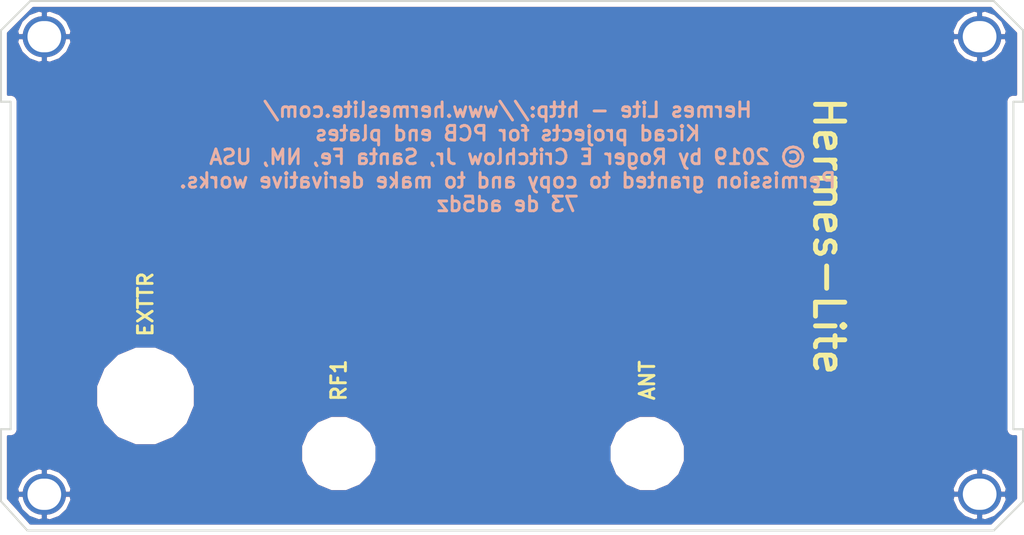
<source format=kicad_pcb>
(kicad_pcb (version 20171130) (host pcbnew 5.0.2+dfsg1-1)

  (general
    (thickness 1.6)
    (drawings 21)
    (tracks 0)
    (zones 0)
    (modules 7)
    (nets 2)
  )

  (page A4)
  (layers
    (0 F.Cu signal)
    (31 B.Cu signal)
    (32 B.Adhes user)
    (33 F.Adhes user)
    (34 B.Paste user)
    (35 F.Paste user)
    (36 B.SilkS user)
    (37 F.SilkS user)
    (38 B.Mask user)
    (39 F.Mask user)
    (40 Dwgs.User user)
    (41 Cmts.User user)
    (42 Eco1.User user)
    (43 Eco2.User user)
    (44 Edge.Cuts user)
    (45 Margin user)
    (46 B.CrtYd user)
    (47 F.CrtYd user)
    (48 B.Fab user)
    (49 F.Fab user)
  )

  (setup
    (last_trace_width 0.25)
    (trace_clearance 0.2)
    (zone_clearance 0.508)
    (zone_45_only no)
    (trace_min 0.2)
    (segment_width 0.2)
    (edge_width 0.2)
    (via_size 0.8)
    (via_drill 0.4)
    (via_min_size 0.4)
    (via_min_drill 0.3)
    (uvia_size 0.3)
    (uvia_drill 0.1)
    (uvias_allowed no)
    (uvia_min_size 0.2)
    (uvia_min_drill 0.1)
    (pcb_text_width 0.3)
    (pcb_text_size 1.5 1.5)
    (mod_edge_width 0.15)
    (mod_text_size 1 1)
    (mod_text_width 0.15)
    (pad_size 8.9 8.9)
    (pad_drill 8.9)
    (pad_to_mask_clearance 0.051)
    (solder_mask_min_width 0.25)
    (aux_axis_origin 0 0)
    (visible_elements FFFFFF7F)
    (pcbplotparams
      (layerselection 0x010fc_ffffffff)
      (usegerberextensions false)
      (usegerberattributes false)
      (usegerberadvancedattributes false)
      (creategerberjobfile false)
      (excludeedgelayer true)
      (linewidth 0.100000)
      (plotframeref false)
      (viasonmask false)
      (mode 1)
      (useauxorigin false)
      (hpglpennumber 1)
      (hpglpenspeed 20)
      (hpglpendiameter 15.000000)
      (psnegative false)
      (psa4output false)
      (plotreference true)
      (plotvalue true)
      (plotinvisibletext false)
      (padsonsilk false)
      (subtractmaskfromsilk false)
      (outputformat 1)
      (mirror false)
      (drillshape 0)
      (scaleselection 1)
      (outputdirectory "gerbers"))
  )

  (net 0 "")
  (net 1 GND)

  (net_class Default "This is the default net class."
    (clearance 0.2)
    (trace_width 0.25)
    (via_dia 0.8)
    (via_drill 0.4)
    (uvia_dia 0.3)
    (uvia_drill 0.1)
    (add_net GND)
  )

  (module MountingHole:MountingHole_6.5mm (layer F.Cu) (tedit 5D370D1B) (tstamp 5D35FF08)
    (at 95 187.2)
    (descr "Mounting Hole 6.5mm, no annular")
    (tags "mounting hole 6.5mm no annular")
    (attr virtual)
    (fp_text reference RF1 (at 0 -7.5 -90) (layer F.SilkS)
      (effects (font (size 1.5 1.5) (thickness 0.3)))
    )
    (fp_text value MountingHole_6.5mm (at 0 7.5) (layer F.Fab)
      (effects (font (size 1 1) (thickness 0.15)))
    )
    (fp_text user %R (at 0.3 0) (layer F.Fab)
      (effects (font (size 1 1) (thickness 0.15)))
    )
    (fp_circle (center 0 0) (end 6.5 0) (layer Cmts.User) (width 0.15))
    (fp_circle (center 0 0) (end 6.75 0) (layer F.CrtYd) (width 0.05))
    (pad 1 np_thru_hole circle (at 0 0) (size 6.5 6.5) (drill 6.5) (layers *.Cu *.Mask))
  )

  (module hl2-panel:Oval_Mounting_Hole (layer F.Cu) (tedit 5D33CC53) (tstamp 5D3E00FC)
    (at 64.837664 144.461404)
    (path /5D313F4C)
    (fp_text reference H1 (at 0 0.5) (layer F.SilkS)
      (effects (font (size 1 1) (thickness 0.15)))
    )
    (fp_text value MountingHole_Pad (at 0 -0.5) (layer F.Fab) hide
      (effects (font (size 1 1) (thickness 0.15)))
    )
    (pad 1 thru_hole oval (at 0 0) (size 4.45 4.2) (drill oval 3.45 3.2) (layers *.Cu *.Mask)
      (net 1 GND))
  )

  (module hl2-panel:Oval_Mounting_Hole (layer F.Cu) (tedit 5D34EC98) (tstamp 5D3E0108)
    (at 64.835847 191.382711)
    (path /5D313FA0)
    (fp_text reference H4 (at 0 0.5) (layer F.SilkS)
      (effects (font (size 1 1) (thickness 0.15)))
    )
    (fp_text value MountingHole_Pad (at 0 -0.5) (layer F.Fab) hide
      (effects (font (size 1 1) (thickness 0.15)))
    )
    (pad 1 thru_hole oval (at 0 0) (size 4.45 4.2) (drill oval 3.45 3.2) (layers *.Cu *.Mask)
      (net 1 GND))
  )

  (module hl2-panel:Oval_Mounting_Hole (layer F.Cu) (tedit 5D33CC53) (tstamp 5D3E0104)
    (at 160.655625 191.376298)
    (path /5D313F82)
    (fp_text reference H3 (at 0 0.5) (layer F.SilkS)
      (effects (font (size 1 1) (thickness 0.15)))
    )
    (fp_text value MountingHole_Pad (at 0 -0.5) (layer F.Fab) hide
      (effects (font (size 1 1) (thickness 0.15)))
    )
    (pad 1 thru_hole oval (at 0 0) (size 4.45 4.2) (drill oval 3.45 3.2) (layers *.Cu *.Mask)
      (net 1 GND))
  )

  (module hl2-panel:Oval_Mounting_Hole (layer F.Cu) (tedit 5D33CC53) (tstamp 5D3E0100)
    (at 160.649213 144.459694)
    (path /5D313F66)
    (fp_text reference H2 (at 0 0.5) (layer F.SilkS)
      (effects (font (size 1 1) (thickness 0.15)))
    )
    (fp_text value MountingHole_Pad (at 0 -0.5) (layer F.Fab) hide
      (effects (font (size 1 1) (thickness 0.15)))
    )
    (pad 1 thru_hole oval (at 0 0) (size 4.45 4.2) (drill oval 3.45 3.2) (layers *.Cu *.Mask)
      (net 1 GND))
  )

  (module MountingHole:MountingHole_6.5mm (layer F.Cu) (tedit 5D370D11) (tstamp 5D35FF06)
    (at 126.6 187.2)
    (descr "Mounting Hole 6.5mm, no annular")
    (tags "mounting hole 6.5mm no annular")
    (attr virtual)
    (fp_text reference ANT (at 0 -7.5 -90) (layer F.SilkS)
      (effects (font (size 1.5 1.5) (thickness 0.3)))
    )
    (fp_text value MountingHole_6.5mm (at 0 7.5) (layer F.Fab)
      (effects (font (size 1 1) (thickness 0.15)))
    )
    (fp_circle (center 0 0) (end 6.75 0) (layer F.CrtYd) (width 0.05))
    (fp_circle (center 0 0) (end 6.5 0) (layer Cmts.User) (width 0.15))
    (fp_text user %R (at 0.3 0) (layer F.Fab)
      (effects (font (size 1 1) (thickness 0.15)))
    )
    (pad 1 np_thru_hole circle (at 0 0) (size 6.5 6.5) (drill 6.5) (layers *.Cu *.Mask))
  )

  (module MountingHole:MountingHole_8.4mm_M8 (layer F.Cu) (tedit 5D370D25) (tstamp 5D35FF36)
    (at 75.2 181.3)
    (descr "Mounting Hole 8.4mm, no annular, M8")
    (tags "mounting hole 8.4mm no annular m8")
    (attr virtual)
    (fp_text reference EXTTR (at 0 -9.4 -90) (layer F.SilkS)
      (effects (font (size 1.5 1.5) (thickness 0.3)))
    )
    (fp_text value MountingHole_8.4mm_M8 (at 0 9.4) (layer F.Fab)
      (effects (font (size 1 1) (thickness 0.15)))
    )
    (fp_circle (center 0 0) (end 8.65 0) (layer F.CrtYd) (width 0.05))
    (fp_circle (center 0 0) (end 8.4 0) (layer Cmts.User) (width 0.15))
    (fp_text user %R (at 0.3 0) (layer F.Fab)
      (effects (font (size 1 1) (thickness 0.15)))
    )
    (pad "" np_thru_hole circle (at 0 0) (size 8.9 8.9) (drill 8.9) (layers *.Cu *.Mask))
  )

  (gr_text "Hermes Lite - http://www.hermeslite.com/\nKicad projects for PCB end plates\n© 2019 by Roger E Critchlow Jr, Santa Fe, NM, USA\nPermission granted to copy and to make derivative works.\n73 de ad5dz" (at 112.3 156.8) (layer B.SilkS)
    (effects (font (size 1.5 1.5) (thickness 0.3)) (justify mirror))
  )
  (gr_text Hermes-Lite (at 145.2 164.9 -90) (layer F.SilkS)
    (effects (font (size 3 3) (thickness 0.5)))
  )
  (gr_line (start 165.1 184.714296) (end 164.11222 184.71438) (layer Edge.Cuts) (width 0.2))
  (gr_line (start 63.4 195.1) (end 63.1 195.1) (layer Edge.Cuts) (width 0.2))
  (gr_line (start 60.4 192.1) (end 63.1 195.1) (layer Edge.Cuts) (width 0.2))
  (gr_line (start 63.4 195.1) (end 162.1 195.1) (layer Edge.Cuts) (width 0.2) (tstamp 5D34D9BA))
  (gr_line (start 162.1 195.1) (end 165.1 192.1) (layer Edge.Cuts) (width 0.2))
  (gr_line (start 165.1 192.1) (end 165.1 184.714296) (layer Edge.Cuts) (width 0.2) (tstamp 5D34D91B))
  (gr_line (start 162.1 140.8) (end 165.1 143.8) (layer Edge.Cuts) (width 0.2))
  (gr_line (start 162.1 140.8) (end 63.6 140.8) (layer Edge.Cuts) (width 0.2) (tstamp 5D34D7BC))
  (gr_line (start 165.1 143.8) (end 165.1 143.8) (layer Edge.Cuts) (width 0.2) (tstamp 5D34D7A7))
  (gr_line (start 63.6 140.8) (end 63.4 140.8) (layer Edge.Cuts) (width 0.2))
  (gr_line (start 60.4 143.8) (end 63.4 140.8) (layer Edge.Cuts) (width 0.2))
  (gr_line (start 60.395554 143.8) (end 60.395554 151.13) (layer Edge.Cuts) (width 0.2) (tstamp 5D34D5E8))
  (gr_line (start 60.395554 184.714296) (end 60.395554 192.1) (layer Edge.Cuts) (width 0.2))
  (gr_line (start 61.383334 184.71438) (end 60.395554 184.714296) (layer Edge.Cuts) (width 0.2))
  (gr_line (start 61.383334 151.12992) (end 61.383334 184.71438) (layer Edge.Cuts) (width 0.2))
  (gr_line (start 60.395554 151.13) (end 61.383334 151.12992) (layer Edge.Cuts) (width 0.2))
  (gr_line (start 164.11222 151.12992) (end 165.1 151.13) (layer Edge.Cuts) (width 0.2))
  (gr_line (start 164.11222 184.71438) (end 164.11222 151.12992) (layer Edge.Cuts) (width 0.2))
  (gr_line (start 165.1 151.13) (end 165.1 143.8) (layer Edge.Cuts) (width 0.2))

  (zone (net 1) (net_name GND) (layer B.Cu) (tstamp 5D34F2ED) (hatch edge 0.508)
    (connect_pads (clearance 0.508))
    (min_thickness 0.254)
    (fill yes (arc_segments 16) (thermal_gap 0.508) (thermal_bridge_width 0.508))
    (polygon
      (pts
        (xy 63.7 141.2) (xy 162 141.1) (xy 164.8 143.9) (xy 164.8 150.8) (xy 163.8 150.8)
        (xy 163.8 185) (xy 164.8 185) (xy 164.8 192) (xy 162 194.8) (xy 63.2 194.8)
        (xy 60.7 192) (xy 60.7 185) (xy 61.7 185) (xy 61.7 150.8) (xy 60.7 150.8)
        (xy 60.7 143.9) (xy 63.4 141.2)
      )
    )
    (filled_polygon
      (pts
        (xy 164.365001 144.104448) (xy 164.365 150.394941) (xy 164.184642 150.394927) (xy 164.11222 150.380521) (xy 163.960774 150.410646)
        (xy 163.825494 150.437543) (xy 163.825469 150.43756) (xy 163.825438 150.437566) (xy 163.701861 150.520137) (xy 163.582358 150.599973)
        (xy 163.582341 150.599998) (xy 163.582316 150.600015) (xy 163.502504 150.719463) (xy 163.41989 150.843081) (xy 163.419884 150.843112)
        (xy 163.419867 150.843137) (xy 163.391528 150.985607) (xy 163.362822 151.12986) (xy 163.377221 151.202279) (xy 163.37722 184.642027)
        (xy 163.362822 184.714443) (xy 163.38969 184.849457) (xy 163.419866 185.001162) (xy 163.419885 185.00119) (xy 163.419891 185.001221)
        (xy 163.497086 185.11673) (xy 163.582315 185.244285) (xy 163.582344 185.244304) (xy 163.582361 185.24433) (xy 163.699183 185.322374)
        (xy 163.825437 185.406734) (xy 163.82547 185.406741) (xy 163.825496 185.406758) (xy 163.965004 185.434496) (xy 164.11222 185.463779)
        (xy 164.18464 185.449374) (xy 164.365001 185.449358) (xy 164.365 191.795553) (xy 161.795554 194.365) (xy 63.427342 194.365)
        (xy 61.240822 191.935534) (xy 62.0323 191.935534) (xy 62.050994 192.019229) (xy 62.497048 192.988659) (xy 63.280133 193.713598)
        (xy 64.281031 194.08368) (xy 64.708847 193.958915) (xy 64.708847 191.509711) (xy 64.962847 191.509711) (xy 64.962847 193.958915)
        (xy 65.390663 194.08368) (xy 66.391561 193.713598) (xy 67.174646 192.988659) (xy 67.6207 192.019229) (xy 67.639394 191.935534)
        (xy 67.637807 191.929121) (xy 157.852078 191.929121) (xy 157.870772 192.012816) (xy 158.316826 192.982246) (xy 159.099911 193.707185)
        (xy 160.100809 194.077267) (xy 160.528625 193.952502) (xy 160.528625 191.503298) (xy 160.782625 191.503298) (xy 160.782625 193.952502)
        (xy 161.210441 194.077267) (xy 162.211339 193.707185) (xy 162.994424 192.982246) (xy 163.440478 192.012816) (xy 163.459172 191.929121)
        (xy 163.353743 191.503298) (xy 160.782625 191.503298) (xy 160.528625 191.503298) (xy 157.957507 191.503298) (xy 157.852078 191.929121)
        (xy 67.637807 191.929121) (xy 67.533965 191.509711) (xy 64.962847 191.509711) (xy 64.708847 191.509711) (xy 62.137729 191.509711)
        (xy 62.0323 191.935534) (xy 61.240822 191.935534) (xy 61.130554 191.813015) (xy 61.130554 190.829888) (xy 62.0323 190.829888)
        (xy 62.137729 191.255711) (xy 64.708847 191.255711) (xy 64.708847 188.806507) (xy 64.962847 188.806507) (xy 64.962847 191.255711)
        (xy 67.533965 191.255711) (xy 67.639394 190.829888) (xy 67.6207 190.746193) (xy 67.174646 189.776763) (xy 66.391561 189.051824)
        (xy 65.390663 188.681742) (xy 64.962847 188.806507) (xy 64.708847 188.806507) (xy 64.281031 188.681742) (xy 63.280133 189.051824)
        (xy 62.497048 189.776763) (xy 62.050994 190.746193) (xy 62.0323 190.829888) (xy 61.130554 190.829888) (xy 61.130554 186.427225)
        (xy 91.115 186.427225) (xy 91.115 187.972775) (xy 91.706456 189.400676) (xy 92.799324 190.493544) (xy 94.227225 191.085)
        (xy 95.772775 191.085) (xy 97.200676 190.493544) (xy 98.293544 189.400676) (xy 98.885 187.972775) (xy 98.885 186.427225)
        (xy 122.715 186.427225) (xy 122.715 187.972775) (xy 123.306456 189.400676) (xy 124.399324 190.493544) (xy 125.827225 191.085)
        (xy 127.372775 191.085) (xy 128.004152 190.823475) (xy 157.852078 190.823475) (xy 157.957507 191.249298) (xy 160.528625 191.249298)
        (xy 160.528625 188.800094) (xy 160.782625 188.800094) (xy 160.782625 191.249298) (xy 163.353743 191.249298) (xy 163.459172 190.823475)
        (xy 163.440478 190.73978) (xy 162.994424 189.77035) (xy 162.211339 189.045411) (xy 161.210441 188.675329) (xy 160.782625 188.800094)
        (xy 160.528625 188.800094) (xy 160.100809 188.675329) (xy 159.099911 189.045411) (xy 158.316826 189.77035) (xy 157.870772 190.73978)
        (xy 157.852078 190.823475) (xy 128.004152 190.823475) (xy 128.800676 190.493544) (xy 129.893544 189.400676) (xy 130.485 187.972775)
        (xy 130.485 186.427225) (xy 129.893544 184.999324) (xy 128.800676 183.906456) (xy 127.372775 183.315) (xy 125.827225 183.315)
        (xy 124.399324 183.906456) (xy 123.306456 184.999324) (xy 122.715 186.427225) (xy 98.885 186.427225) (xy 98.293544 184.999324)
        (xy 97.200676 183.906456) (xy 95.772775 183.315) (xy 94.227225 183.315) (xy 92.799324 183.906456) (xy 91.706456 184.999324)
        (xy 91.115 186.427225) (xy 61.130554 186.427225) (xy 61.130554 185.449358) (xy 61.310914 185.449374) (xy 61.383334 185.463779)
        (xy 61.53055 185.434496) (xy 61.670058 185.406758) (xy 61.670084 185.406741) (xy 61.670117 185.406734) (xy 61.796371 185.322374)
        (xy 61.913193 185.24433) (xy 61.91321 185.244304) (xy 61.913239 185.244285) (xy 62.000387 185.113859) (xy 62.075663 185.001221)
        (xy 62.075669 185.001192) (xy 62.075688 185.001163) (xy 62.106317 184.847181) (xy 62.132732 184.714443) (xy 62.118334 184.642027)
        (xy 62.118334 180.288531) (xy 70.115 180.288531) (xy 70.115 182.311469) (xy 70.889145 184.180421) (xy 72.319579 185.610855)
        (xy 74.188531 186.385) (xy 76.211469 186.385) (xy 78.080421 185.610855) (xy 79.510855 184.180421) (xy 80.285 182.311469)
        (xy 80.285 180.288531) (xy 79.510855 178.419579) (xy 78.080421 176.989145) (xy 76.211469 176.215) (xy 74.188531 176.215)
        (xy 72.319579 176.989145) (xy 70.889145 178.419579) (xy 70.115 180.288531) (xy 62.118334 180.288531) (xy 62.118334 151.202274)
        (xy 62.132732 151.12986) (xy 62.106417 150.997624) (xy 62.075688 150.843137) (xy 62.07567 150.84311) (xy 62.075664 150.843081)
        (xy 61.99878 150.728037) (xy 61.913239 150.600015) (xy 61.913212 150.599997) (xy 61.913196 150.599973) (xy 61.796675 150.52213)
        (xy 61.670116 150.437566) (xy 61.670085 150.43756) (xy 61.67006 150.437543) (xy 61.53478 150.410646) (xy 61.383334 150.380521)
        (xy 61.310912 150.394927) (xy 61.130554 150.394941) (xy 61.130554 145.014227) (xy 62.034117 145.014227) (xy 62.052811 145.097922)
        (xy 62.498865 146.067352) (xy 63.28195 146.792291) (xy 64.282848 147.162373) (xy 64.710664 147.037608) (xy 64.710664 144.588404)
        (xy 64.964664 144.588404) (xy 64.964664 147.037608) (xy 65.39248 147.162373) (xy 66.393378 146.792291) (xy 67.176463 146.067352)
        (xy 67.622517 145.097922) (xy 67.641211 145.014227) (xy 67.640788 145.012517) (xy 157.845666 145.012517) (xy 157.86436 145.096212)
        (xy 158.310414 146.065642) (xy 159.093499 146.790581) (xy 160.094397 147.160663) (xy 160.522213 147.035898) (xy 160.522213 144.586694)
        (xy 160.776213 144.586694) (xy 160.776213 147.035898) (xy 161.204029 147.160663) (xy 162.204927 146.790581) (xy 162.988012 146.065642)
        (xy 163.434066 145.096212) (xy 163.45276 145.012517) (xy 163.347331 144.586694) (xy 160.776213 144.586694) (xy 160.522213 144.586694)
        (xy 157.951095 144.586694) (xy 157.845666 145.012517) (xy 67.640788 145.012517) (xy 67.535782 144.588404) (xy 64.964664 144.588404)
        (xy 64.710664 144.588404) (xy 62.139546 144.588404) (xy 62.034117 145.014227) (xy 61.130554 145.014227) (xy 61.130554 144.108892)
        (xy 61.330865 143.908581) (xy 62.034117 143.908581) (xy 62.139546 144.334404) (xy 64.710664 144.334404) (xy 64.710664 141.8852)
        (xy 64.964664 141.8852) (xy 64.964664 144.334404) (xy 67.535782 144.334404) (xy 67.641211 143.908581) (xy 67.64083 143.906871)
        (xy 157.845666 143.906871) (xy 157.951095 144.332694) (xy 160.522213 144.332694) (xy 160.522213 141.88349) (xy 160.776213 141.88349)
        (xy 160.776213 144.332694) (xy 163.347331 144.332694) (xy 163.45276 143.906871) (xy 163.434066 143.823176) (xy 162.988012 142.853746)
        (xy 162.204927 142.128807) (xy 161.204029 141.758725) (xy 160.776213 141.88349) (xy 160.522213 141.88349) (xy 160.094397 141.758725)
        (xy 159.093499 142.128807) (xy 158.310414 142.853746) (xy 157.86436 143.823176) (xy 157.845666 143.906871) (xy 67.64083 143.906871)
        (xy 67.622517 143.824886) (xy 67.176463 142.855456) (xy 66.393378 142.130517) (xy 65.39248 141.760435) (xy 64.964664 141.8852)
        (xy 64.710664 141.8852) (xy 64.282848 141.760435) (xy 63.28195 142.130517) (xy 62.498865 142.855456) (xy 62.052811 143.824886)
        (xy 62.034117 143.908581) (xy 61.330865 143.908581) (xy 63.704447 141.535) (xy 161.795554 141.535)
      )
    )
  )
  (zone (net 1) (net_name GND) (layer F.Cu) (tstamp 5D34F2EA) (hatch edge 0.508)
    (connect_pads (clearance 0.508))
    (min_thickness 0.254)
    (fill yes (arc_segments 16) (thermal_gap 0.508) (thermal_bridge_width 0.508))
    (polygon
      (pts
        (xy 63.7 141.2) (xy 162 141.1) (xy 164.8 143.9) (xy 164.8 150.8) (xy 163.8 150.8)
        (xy 163.8 185) (xy 164.8 185) (xy 164.8 192) (xy 162 194.8) (xy 63.2 194.8)
        (xy 60.7 192) (xy 60.7 185) (xy 61.7 185) (xy 61.7 150.8) (xy 60.7 150.8)
        (xy 60.7 143.9) (xy 63.4 141.2)
      )
    )
    (filled_polygon
      (pts
        (xy 164.365001 144.104448) (xy 164.365 150.394941) (xy 164.184642 150.394927) (xy 164.11222 150.380521) (xy 163.960774 150.410646)
        (xy 163.825494 150.437543) (xy 163.825469 150.43756) (xy 163.825438 150.437566) (xy 163.701861 150.520137) (xy 163.582358 150.599973)
        (xy 163.582341 150.599998) (xy 163.582316 150.600015) (xy 163.502504 150.719463) (xy 163.41989 150.843081) (xy 163.419884 150.843112)
        (xy 163.419867 150.843137) (xy 163.391528 150.985607) (xy 163.362822 151.12986) (xy 163.377221 151.202279) (xy 163.37722 184.642027)
        (xy 163.362822 184.714443) (xy 163.38969 184.849457) (xy 163.419866 185.001162) (xy 163.419885 185.00119) (xy 163.419891 185.001221)
        (xy 163.497086 185.11673) (xy 163.582315 185.244285) (xy 163.582344 185.244304) (xy 163.582361 185.24433) (xy 163.699183 185.322374)
        (xy 163.825437 185.406734) (xy 163.82547 185.406741) (xy 163.825496 185.406758) (xy 163.965004 185.434496) (xy 164.11222 185.463779)
        (xy 164.18464 185.449374) (xy 164.365001 185.449358) (xy 164.365 191.795553) (xy 161.795554 194.365) (xy 63.427342 194.365)
        (xy 61.240822 191.935534) (xy 62.0323 191.935534) (xy 62.050994 192.019229) (xy 62.497048 192.988659) (xy 63.280133 193.713598)
        (xy 64.281031 194.08368) (xy 64.708847 193.958915) (xy 64.708847 191.509711) (xy 64.962847 191.509711) (xy 64.962847 193.958915)
        (xy 65.390663 194.08368) (xy 66.391561 193.713598) (xy 67.174646 192.988659) (xy 67.6207 192.019229) (xy 67.639394 191.935534)
        (xy 67.637807 191.929121) (xy 157.852078 191.929121) (xy 157.870772 192.012816) (xy 158.316826 192.982246) (xy 159.099911 193.707185)
        (xy 160.100809 194.077267) (xy 160.528625 193.952502) (xy 160.528625 191.503298) (xy 160.782625 191.503298) (xy 160.782625 193.952502)
        (xy 161.210441 194.077267) (xy 162.211339 193.707185) (xy 162.994424 192.982246) (xy 163.440478 192.012816) (xy 163.459172 191.929121)
        (xy 163.353743 191.503298) (xy 160.782625 191.503298) (xy 160.528625 191.503298) (xy 157.957507 191.503298) (xy 157.852078 191.929121)
        (xy 67.637807 191.929121) (xy 67.533965 191.509711) (xy 64.962847 191.509711) (xy 64.708847 191.509711) (xy 62.137729 191.509711)
        (xy 62.0323 191.935534) (xy 61.240822 191.935534) (xy 61.130554 191.813015) (xy 61.130554 190.829888) (xy 62.0323 190.829888)
        (xy 62.137729 191.255711) (xy 64.708847 191.255711) (xy 64.708847 188.806507) (xy 64.962847 188.806507) (xy 64.962847 191.255711)
        (xy 67.533965 191.255711) (xy 67.639394 190.829888) (xy 67.6207 190.746193) (xy 67.174646 189.776763) (xy 66.391561 189.051824)
        (xy 65.390663 188.681742) (xy 64.962847 188.806507) (xy 64.708847 188.806507) (xy 64.281031 188.681742) (xy 63.280133 189.051824)
        (xy 62.497048 189.776763) (xy 62.050994 190.746193) (xy 62.0323 190.829888) (xy 61.130554 190.829888) (xy 61.130554 186.427225)
        (xy 91.115 186.427225) (xy 91.115 187.972775) (xy 91.706456 189.400676) (xy 92.799324 190.493544) (xy 94.227225 191.085)
        (xy 95.772775 191.085) (xy 97.200676 190.493544) (xy 98.293544 189.400676) (xy 98.885 187.972775) (xy 98.885 186.427225)
        (xy 122.715 186.427225) (xy 122.715 187.972775) (xy 123.306456 189.400676) (xy 124.399324 190.493544) (xy 125.827225 191.085)
        (xy 127.372775 191.085) (xy 128.004152 190.823475) (xy 157.852078 190.823475) (xy 157.957507 191.249298) (xy 160.528625 191.249298)
        (xy 160.528625 188.800094) (xy 160.782625 188.800094) (xy 160.782625 191.249298) (xy 163.353743 191.249298) (xy 163.459172 190.823475)
        (xy 163.440478 190.73978) (xy 162.994424 189.77035) (xy 162.211339 189.045411) (xy 161.210441 188.675329) (xy 160.782625 188.800094)
        (xy 160.528625 188.800094) (xy 160.100809 188.675329) (xy 159.099911 189.045411) (xy 158.316826 189.77035) (xy 157.870772 190.73978)
        (xy 157.852078 190.823475) (xy 128.004152 190.823475) (xy 128.800676 190.493544) (xy 129.893544 189.400676) (xy 130.485 187.972775)
        (xy 130.485 186.427225) (xy 129.893544 184.999324) (xy 128.800676 183.906456) (xy 127.372775 183.315) (xy 125.827225 183.315)
        (xy 124.399324 183.906456) (xy 123.306456 184.999324) (xy 122.715 186.427225) (xy 98.885 186.427225) (xy 98.293544 184.999324)
        (xy 97.200676 183.906456) (xy 95.772775 183.315) (xy 94.227225 183.315) (xy 92.799324 183.906456) (xy 91.706456 184.999324)
        (xy 91.115 186.427225) (xy 61.130554 186.427225) (xy 61.130554 185.449358) (xy 61.310914 185.449374) (xy 61.383334 185.463779)
        (xy 61.53055 185.434496) (xy 61.670058 185.406758) (xy 61.670084 185.406741) (xy 61.670117 185.406734) (xy 61.796371 185.322374)
        (xy 61.913193 185.24433) (xy 61.91321 185.244304) (xy 61.913239 185.244285) (xy 62.000387 185.113859) (xy 62.075663 185.001221)
        (xy 62.075669 185.001192) (xy 62.075688 185.001163) (xy 62.106317 184.847181) (xy 62.132732 184.714443) (xy 62.118334 184.642027)
        (xy 62.118334 180.288531) (xy 70.115 180.288531) (xy 70.115 182.311469) (xy 70.889145 184.180421) (xy 72.319579 185.610855)
        (xy 74.188531 186.385) (xy 76.211469 186.385) (xy 78.080421 185.610855) (xy 79.510855 184.180421) (xy 80.285 182.311469)
        (xy 80.285 180.288531) (xy 79.510855 178.419579) (xy 78.080421 176.989145) (xy 76.211469 176.215) (xy 74.188531 176.215)
        (xy 72.319579 176.989145) (xy 70.889145 178.419579) (xy 70.115 180.288531) (xy 62.118334 180.288531) (xy 62.118334 151.202274)
        (xy 62.132732 151.12986) (xy 62.106417 150.997624) (xy 62.075688 150.843137) (xy 62.07567 150.84311) (xy 62.075664 150.843081)
        (xy 61.99878 150.728037) (xy 61.913239 150.600015) (xy 61.913212 150.599997) (xy 61.913196 150.599973) (xy 61.796675 150.52213)
        (xy 61.670116 150.437566) (xy 61.670085 150.43756) (xy 61.67006 150.437543) (xy 61.53478 150.410646) (xy 61.383334 150.380521)
        (xy 61.310912 150.394927) (xy 61.130554 150.394941) (xy 61.130554 145.014227) (xy 62.034117 145.014227) (xy 62.052811 145.097922)
        (xy 62.498865 146.067352) (xy 63.28195 146.792291) (xy 64.282848 147.162373) (xy 64.710664 147.037608) (xy 64.710664 144.588404)
        (xy 64.964664 144.588404) (xy 64.964664 147.037608) (xy 65.39248 147.162373) (xy 66.393378 146.792291) (xy 67.176463 146.067352)
        (xy 67.622517 145.097922) (xy 67.641211 145.014227) (xy 67.640788 145.012517) (xy 157.845666 145.012517) (xy 157.86436 145.096212)
        (xy 158.310414 146.065642) (xy 159.093499 146.790581) (xy 160.094397 147.160663) (xy 160.522213 147.035898) (xy 160.522213 144.586694)
        (xy 160.776213 144.586694) (xy 160.776213 147.035898) (xy 161.204029 147.160663) (xy 162.204927 146.790581) (xy 162.988012 146.065642)
        (xy 163.434066 145.096212) (xy 163.45276 145.012517) (xy 163.347331 144.586694) (xy 160.776213 144.586694) (xy 160.522213 144.586694)
        (xy 157.951095 144.586694) (xy 157.845666 145.012517) (xy 67.640788 145.012517) (xy 67.535782 144.588404) (xy 64.964664 144.588404)
        (xy 64.710664 144.588404) (xy 62.139546 144.588404) (xy 62.034117 145.014227) (xy 61.130554 145.014227) (xy 61.130554 144.108892)
        (xy 61.330865 143.908581) (xy 62.034117 143.908581) (xy 62.139546 144.334404) (xy 64.710664 144.334404) (xy 64.710664 141.8852)
        (xy 64.964664 141.8852) (xy 64.964664 144.334404) (xy 67.535782 144.334404) (xy 67.641211 143.908581) (xy 67.64083 143.906871)
        (xy 157.845666 143.906871) (xy 157.951095 144.332694) (xy 160.522213 144.332694) (xy 160.522213 141.88349) (xy 160.776213 141.88349)
        (xy 160.776213 144.332694) (xy 163.347331 144.332694) (xy 163.45276 143.906871) (xy 163.434066 143.823176) (xy 162.988012 142.853746)
        (xy 162.204927 142.128807) (xy 161.204029 141.758725) (xy 160.776213 141.88349) (xy 160.522213 141.88349) (xy 160.094397 141.758725)
        (xy 159.093499 142.128807) (xy 158.310414 142.853746) (xy 157.86436 143.823176) (xy 157.845666 143.906871) (xy 67.64083 143.906871)
        (xy 67.622517 143.824886) (xy 67.176463 142.855456) (xy 66.393378 142.130517) (xy 65.39248 141.760435) (xy 64.964664 141.8852)
        (xy 64.710664 141.8852) (xy 64.282848 141.760435) (xy 63.28195 142.130517) (xy 62.498865 142.855456) (xy 62.052811 143.824886)
        (xy 62.034117 143.908581) (xy 61.330865 143.908581) (xy 63.704447 141.535) (xy 161.795554 141.535)
      )
    )
  )
)

</source>
